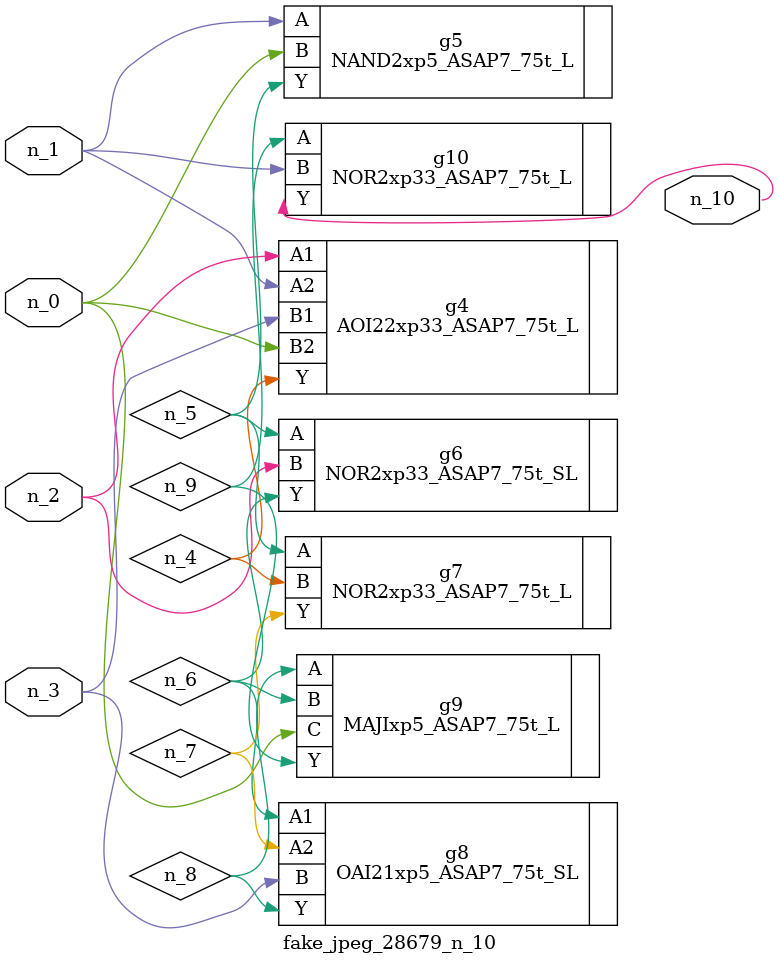
<source format=v>
module fake_jpeg_28679_n_10 (n_0, n_3, n_2, n_1, n_10);

input n_0;
input n_3;
input n_2;
input n_1;

output n_10;

wire n_4;
wire n_8;
wire n_9;
wire n_6;
wire n_5;
wire n_7;

AOI22xp33_ASAP7_75t_L g4 ( 
.A1(n_2),
.A2(n_1),
.B1(n_3),
.B2(n_0),
.Y(n_4)
);

NAND2xp5_ASAP7_75t_L g5 ( 
.A(n_1),
.B(n_0),
.Y(n_5)
);

NOR2xp33_ASAP7_75t_SL g6 ( 
.A(n_5),
.B(n_2),
.Y(n_6)
);

OAI21xp5_ASAP7_75t_SL g8 ( 
.A1(n_6),
.A2(n_7),
.B(n_3),
.Y(n_8)
);

NOR2xp33_ASAP7_75t_L g7 ( 
.A(n_5),
.B(n_4),
.Y(n_7)
);

MAJIxp5_ASAP7_75t_L g9 ( 
.A(n_8),
.B(n_6),
.C(n_0),
.Y(n_9)
);

NOR2xp33_ASAP7_75t_L g10 ( 
.A(n_9),
.B(n_1),
.Y(n_10)
);


endmodule
</source>
